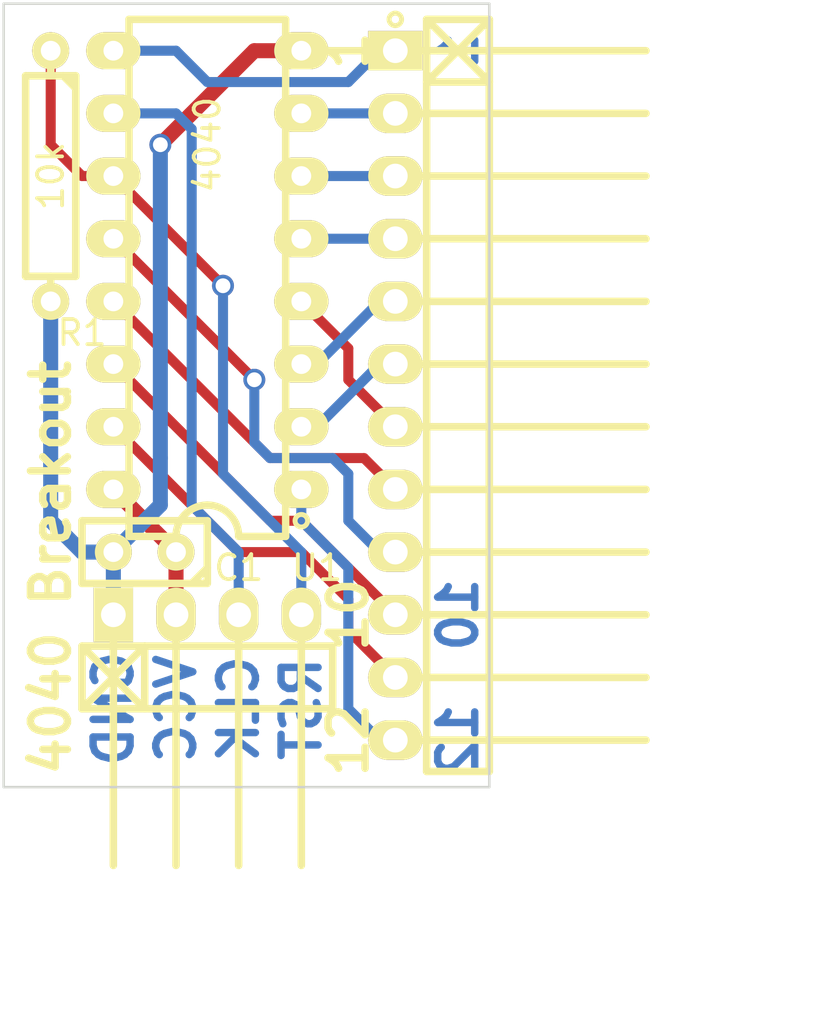
<source format=kicad_pcb>
(kicad_pcb (version 3) (host pcbnew "(2013-jun-18)-testing")

  (general
    (links 20)
    (no_connects 0)
    (area 27.052858 34.874999 71.5 78.265001)
    (thickness 1.6)
    (drawings 19)
    (tracks 71)
    (zones 0)
    (modules 5)
    (nets 17)
  )

  (page A4)
  (title_block
    (title "Breakout for CMOS 4040 Counter in DIP package")
    (date "14 Jul 2013")
    (rev 1.0)
    (company "Released under the Creative Commons Attribution Share-Alike 3.0")
    (comment 1 "Schematic and PCB design by Dimitar Kovachev")
  )

  (layers
    (15 F.Cu signal)
    (0 B.Cu signal)
    (16 B.Adhes user)
    (17 F.Adhes user)
    (18 B.Paste user)
    (19 F.Paste user)
    (20 B.SilkS user)
    (21 F.SilkS user)
    (22 B.Mask user)
    (23 F.Mask user)
    (24 Dwgs.User user)
    (25 Cmts.User user)
    (26 Eco1.User user)
    (27 Eco2.User user)
    (28 Edge.Cuts user)
  )

  (setup
    (last_trace_width 0.4064)
    (trace_clearance 0.254)
    (zone_clearance 0.508)
    (zone_45_only no)
    (trace_min 0.01)
    (segment_width 0.3)
    (edge_width 0.1)
    (via_size 0.889)
    (via_drill 0.6)
    (via_min_size 0.035)
    (via_min_drill 0.508)
    (uvia_size 0.508)
    (uvia_drill 0.127)
    (uvias_allowed no)
    (uvia_min_size 0.01778)
    (uvia_min_drill 0.127)
    (pcb_text_width 0.3)
    (pcb_text_size 1.5 1.5)
    (mod_edge_width 0.3)
    (mod_text_size 1.016 1.016)
    (mod_text_width 0.1524)
    (pad_size 1.6 2.2)
    (pad_drill 1)
    (pad_to_mask_clearance 0.1016)
    (aux_axis_origin 33.655 66.675)
    (visible_elements FFFFFF7F)
    (pcbplotparams
      (layerselection 283148289)
      (usegerberextensions true)
      (excludeedgelayer true)
      (linewidth 0.150000)
      (plotframeref false)
      (viasonmask false)
      (mode 1)
      (useauxorigin true)
      (hpglpennumber 1)
      (hpglpenspeed 20)
      (hpglpendiameter 15)
      (hpglpenoverlay 2)
      (psnegative false)
      (psa4output false)
      (plotreference true)
      (plotvalue true)
      (plotothertext true)
      (plotinvisibletext false)
      (padsonsilk false)
      (subtractmaskfromsilk true)
      (outputformat 1)
      (mirror false)
      (drillshape 0)
      (scaleselection 1)
      (outputdirectory gerbers))
  )

  (net 0 "")
  (net 1 /CLOCK)
  (net 2 /Q0)
  (net 3 /Q1)
  (net 4 /Q10)
  (net 5 /Q11)
  (net 6 /Q2)
  (net 7 /Q3)
  (net 8 /Q4)
  (net 9 /Q5)
  (net 10 /Q6)
  (net 11 /Q7)
  (net 12 /Q8)
  (net 13 /Q9)
  (net 14 /RESET)
  (net 15 GND)
  (net 16 VCC)

  (net_class Default "This is the default net class."
    (clearance 0.254)
    (trace_width 0.4064)
    (via_dia 0.889)
    (via_drill 0.6)
    (uvia_dia 0.508)
    (uvia_drill 0.127)
    (add_net "")
    (add_net /CLOCK)
    (add_net /Q0)
    (add_net /Q1)
    (add_net /Q10)
    (add_net /Q11)
    (add_net /Q2)
    (add_net /Q3)
    (add_net /Q4)
    (add_net /Q5)
    (add_net /Q6)
    (add_net /Q7)
    (add_net /Q8)
    (add_net /Q9)
    (add_net /RESET)
  )

  (net_class Power ""
    (clearance 0.254)
    (trace_width 0.6096)
    (via_dia 0.889)
    (via_drill 0.6)
    (uvia_dia 0.508)
    (uvia_drill 0.127)
    (add_net GND)
    (add_net VCC)
  )

  (module pin_strip_4-90 (layer F.Cu) (tedit 51E2ACAB) (tstamp 51D9CC27)
    (at 41.91 59.69)
    (descr "Pin strip 4pin 90")
    (tags "CONN DEV")
    (path /51D9489B)
    (fp_text reference P1 (at 0 -2.159) (layer F.SilkS) hide
      (effects (font (size 1.016 1.016) (thickness 0.1524)))
    )
    (fp_text value CONN_INP (at 0.254 -3.556) (layer F.SilkS) hide
      (effects (font (size 1.016 1.016) (thickness 0.1524)))
    )
    (fp_line (start -5.08 1.27) (end -2.54 3.81) (layer F.SilkS) (width 0.3048))
    (fp_line (start -2.54 1.27) (end -5.08 3.81) (layer F.SilkS) (width 0.3048))
    (fp_line (start -5.08 1.27) (end 5.08 1.27) (layer F.SilkS) (width 0.3048))
    (fp_line (start 5.08 1.27) (end 5.08 3.81) (layer F.SilkS) (width 0.3048))
    (fp_line (start 5.08 3.81) (end -5.08 3.81) (layer F.SilkS) (width 0.3048))
    (fp_line (start -2.54 1.27) (end -2.54 3.81) (layer F.SilkS) (width 0.3048))
    (fp_line (start -3.81 0) (end -3.81 10.16) (layer F.SilkS) (width 0.3048))
    (fp_line (start 3.81 0) (end 3.81 10.16) (layer F.SilkS) (width 0.3048))
    (fp_line (start 1.27 10.16) (end 1.27 0) (layer F.SilkS) (width 0.3048))
    (fp_line (start -1.27 0) (end -1.27 10.16) (layer F.SilkS) (width 0.3048))
    (fp_line (start -5.08 3.81) (end -5.08 1.27) (layer F.SilkS) (width 0.3048))
    (pad 1 thru_hole rect (at -3.81 0) (size 1.6 2.2) (drill 1)
      (layers *.Cu *.Mask F.SilkS)
      (net 15 GND)
    )
    (pad 2 thru_hole oval (at -1.27 0) (size 1.6 2.2) (drill 1)
      (layers *.Cu *.Mask F.SilkS)
      (net 16 VCC)
    )
    (pad 3 thru_hole oval (at 1.27 0) (size 1.6 2.2) (drill 1)
      (layers *.Cu *.Mask F.SilkS)
      (net 1 /CLOCK)
    )
    (pad 4 thru_hole oval (at 3.81 0) (size 1.6 2.2) (drill 1)
      (layers *.Cu *.Mask F.SilkS)
      (net 14 /RESET)
    )
    (model walter/pin_strip/pin_strip_4-90.wrl
      (at (xyz 0 0 0))
      (scale (xyz 1 1 1))
      (rotate (xyz 0 0 0))
    )
  )

  (module dil_16-300 (layer F.Cu) (tedit 51E2ABFF) (tstamp 51E2A48E)
    (at 41.91 45.72 90)
    (descr "IC, DIL16 x 0,3\"")
    (tags DIL)
    (path /51D9484F)
    (fp_text reference U1 (at -12.065 4.445 180) (layer F.SilkS)
      (effects (font (size 1.016 1.016) (thickness 0.1524)))
    )
    (fp_text value 4040 (at 5.08 0 90) (layer F.SilkS)
      (effects (font (size 1.016 1.016) (thickness 0.1524)))
    )
    (fp_arc (start -10.795 0) (end -9.525 0) (angle 90) (layer F.SilkS) (width 0.3))
    (fp_arc (start -10.795 0) (end -10.795 -1.27) (angle 90) (layer F.SilkS) (width 0.3))
    (fp_line (start -10.795 1.27) (end -10.795 3.175) (layer F.SilkS) (width 0.3))
    (fp_line (start -10.795 -3.175) (end -10.795 -1.27) (layer F.SilkS) (width 0.3))
    (fp_line (start 10.16 3.175) (end -10.795 3.175) (layer F.SilkS) (width 0.3))
    (fp_line (start -10.795 -3.175) (end 10.16 -3.175) (layer F.SilkS) (width 0.3))
    (fp_line (start 10.16 -3.175) (end 10.16 3.175) (layer F.SilkS) (width 0.3))
    (pad 1 thru_hole oval (at -8.89 3.81 90) (size 1.5 2.2) (drill 0.8)
      (layers *.Cu *.Mask F.SilkS)
      (net 5 /Q11)
    )
    (pad 2 thru_hole oval (at -6.35 3.81 90) (size 1.5 2.2) (drill 0.8)
      (layers *.Cu *.Mask F.SilkS)
      (net 9 /Q5)
    )
    (pad 3 thru_hole oval (at -3.81 3.81 90) (size 1.5 2.2) (drill 0.8)
      (layers *.Cu *.Mask F.SilkS)
      (net 8 /Q4)
    )
    (pad 4 thru_hole oval (at -1.27 3.81 90) (size 1.5 2.2) (drill 0.8)
      (layers *.Cu *.Mask F.SilkS)
      (net 10 /Q6)
    )
    (pad 5 thru_hole oval (at 1.27 3.81 90) (size 1.5 2.2) (drill 0.8)
      (layers *.Cu *.Mask F.SilkS)
      (net 7 /Q3)
    )
    (pad 6 thru_hole oval (at 3.81 3.81 90) (size 1.5 2.2) (drill 0.8)
      (layers *.Cu *.Mask F.SilkS)
      (net 6 /Q2)
    )
    (pad 7 thru_hole oval (at 6.35 3.81 90) (size 1.5 2.2) (drill 0.8)
      (layers *.Cu *.Mask F.SilkS)
      (net 3 /Q1)
    )
    (pad 8 thru_hole oval (at 8.89 3.81 90) (size 1.5 2.2) (drill 0.8)
      (layers *.Cu *.Mask F.SilkS)
      (net 15 GND)
    )
    (pad 9 thru_hole oval (at 8.89 -3.81 90) (size 1.5 2.2) (drill 0.8)
      (layers *.Cu *.Mask F.SilkS)
      (net 2 /Q0)
    )
    (pad 10 thru_hole oval (at 6.35 -3.81 90) (size 1.5 2.2) (drill 0.8)
      (layers *.Cu *.Mask F.SilkS)
      (net 1 /CLOCK)
    )
    (pad 11 thru_hole oval (at 3.81 -3.81 90) (size 1.5 2.2) (drill 0.8)
      (layers *.Cu *.Mask F.SilkS)
      (net 14 /RESET)
    )
    (pad 12 thru_hole oval (at 1.27 -3.81 90) (size 1.5 2.2) (drill 0.8)
      (layers *.Cu *.Mask F.SilkS)
      (net 12 /Q8)
    )
    (pad 13 thru_hole oval (at -1.27 -3.81 90) (size 1.5 2.2) (drill 0.8)
      (layers *.Cu *.Mask F.SilkS)
      (net 11 /Q7)
    )
    (pad 14 thru_hole oval (at -3.81 -3.81 90) (size 1.5 2.2) (drill 0.8)
      (layers *.Cu *.Mask F.SilkS)
      (net 13 /Q9)
    )
    (pad 15 thru_hole oval (at -6.35 -3.81 90) (size 1.5 2.2) (drill 0.8)
      (layers *.Cu *.Mask F.SilkS)
      (net 4 /Q10)
    )
    (pad 16 thru_hole oval (at -8.89 -3.81 90) (size 1.5 2.2) (drill 0.8)
      (layers *.Cu *.Mask F.SilkS)
      (net 16 VCC)
    )
    (model dil/dil_16.wrl
      (at (xyz 0 0 0))
      (scale (xyz 1 1 1))
      (rotate (xyz 0 0 0))
    )
  )

  (module pin_strip_12-90 (layer F.Cu) (tedit 51E2AAF4) (tstamp 51E2A4EE)
    (at 49.53 50.8 90)
    (descr "Pin strip 12pin 90")
    (tags "CONN DEV")
    (path /51D94A6D)
    (fp_text reference P2 (at 0 -2.159 90) (layer F.SilkS) hide
      (effects (font (size 1.016 1.016) (thickness 0.1524)))
    )
    (fp_text value CONN_SIL (at 0.254 -3.556 90) (layer F.SilkS) hide
      (effects (font (size 1.016 1.016) (thickness 0.1524)))
    )
    (fp_line (start 15.24 1.27) (end -15.24 1.27) (layer F.SilkS) (width 0.3048))
    (fp_line (start -15.24 1.27) (end -15.24 3.81) (layer F.SilkS) (width 0.3048))
    (fp_line (start -15.24 3.81) (end 15.24 3.81) (layer F.SilkS) (width 0.3048))
    (fp_line (start -13.97 0) (end -13.97 10.16) (layer F.SilkS) (width 0.3048))
    (fp_line (start -11.43 0) (end -11.43 10.16) (layer F.SilkS) (width 0.3048))
    (fp_line (start 12.7 3.81) (end 15.24 1.27) (layer F.SilkS) (width 0.3048))
    (fp_line (start 15.24 3.81) (end 12.7 1.27) (layer F.SilkS) (width 0.3048))
    (fp_line (start -8.89 0) (end -8.89 10.16) (layer F.SilkS) (width 0.3048))
    (fp_line (start -6.35 0) (end -6.35 10.16) (layer F.SilkS) (width 0.3048))
    (fp_line (start -3.81 0) (end -3.81 10.16) (layer F.SilkS) (width 0.3048))
    (fp_line (start -1.27 0) (end -1.27 10.16) (layer F.SilkS) (width 0.3048))
    (fp_line (start 12.7 1.27) (end 12.7 3.81) (layer F.SilkS) (width 0.3048))
    (fp_line (start 13.97 0) (end 13.97 10.16) (layer F.SilkS) (width 0.3048))
    (fp_line (start 1.27 0) (end 1.27 10.16) (layer F.SilkS) (width 0.3048))
    (fp_line (start 3.81 0) (end 3.81 10.16) (layer F.SilkS) (width 0.3048))
    (fp_line (start 6.35 0) (end 6.35 10.16) (layer F.SilkS) (width 0.3048))
    (fp_line (start 8.89 10.16) (end 8.89 0) (layer F.SilkS) (width 0.3048))
    (fp_line (start 11.43 0) (end 11.43 10.16) (layer F.SilkS) (width 0.3048))
    (fp_line (start 15.24 3.81) (end 15.24 1.27) (layer F.SilkS) (width 0.3048))
    (pad 1 thru_hole rect (at 13.97 0 270) (size 1.6 2.2) (drill 1)
      (layers *.Cu *.Mask F.SilkS)
      (net 2 /Q0)
    )
    (pad 2 thru_hole oval (at 11.43 0 270) (size 1.6 2.2) (drill 1)
      (layers *.Cu *.Mask F.SilkS)
      (net 3 /Q1)
    )
    (pad 3 thru_hole oval (at 8.89 0 270) (size 1.6 2.2) (drill 1)
      (layers *.Cu *.Mask F.SilkS)
      (net 6 /Q2)
    )
    (pad 4 thru_hole oval (at 6.35 0 270) (size 1.6 2.2) (drill 1)
      (layers *.Cu *.Mask F.SilkS)
      (net 7 /Q3)
    )
    (pad 5 thru_hole oval (at 3.81 0 270) (size 1.6 2.2) (drill 1)
      (layers *.Cu *.Mask F.SilkS)
      (net 8 /Q4)
    )
    (pad 6 thru_hole oval (at 1.27 0 270) (size 1.6 2.2) (drill 1)
      (layers *.Cu *.Mask F.SilkS)
      (net 9 /Q5)
    )
    (pad 7 thru_hole oval (at -1.27 0 270) (size 1.6 2.2) (drill 1)
      (layers *.Cu *.Mask F.SilkS)
      (net 10 /Q6)
    )
    (pad 8 thru_hole oval (at -3.81 0 270) (size 1.6 2.2) (drill 1)
      (layers *.Cu *.Mask F.SilkS)
      (net 11 /Q7)
    )
    (pad 9 thru_hole oval (at -6.35 0 270) (size 1.6 2.2) (drill 1)
      (layers *.Cu *.Mask F.SilkS)
      (net 12 /Q8)
    )
    (pad 10 thru_hole oval (at -8.89 0 270) (size 1.6 2.2) (drill 1)
      (layers *.Cu *.Mask F.SilkS)
      (net 13 /Q9)
    )
    (pad 11 thru_hole oval (at -11.43 0 270) (size 1.6 2.2) (drill 1)
      (layers *.Cu *.Mask F.SilkS)
      (net 4 /Q10)
    )
    (pad 12 thru_hole oval (at -13.97 0 270) (size 1.6 2.2) (drill 1)
      (layers *.Cu *.Mask F.SilkS)
      (net 5 /Q11)
    )
    (model walter/pin_strip/pin_strip_12-90.wrl
      (at (xyz 0 0 0))
      (scale (xyz 1 1 1))
      (rotate (xyz 0 0 0))
    )
  )

  (module R4 (layer F.Cu) (tedit 51E2AA28) (tstamp 51D9CF68)
    (at 35.56 41.91 270)
    (descr "Resitance 4 pas")
    (tags R)
    (path /51D94BB7)
    (autoplace_cost180 10)
    (fp_text reference R1 (at 6.35 -1.27 360) (layer F.SilkS)
      (effects (font (size 1.016 1.016) (thickness 0.1524)))
    )
    (fp_text value 10k (at 0 0 270) (layer F.SilkS)
      (effects (font (size 1.016 1.016) (thickness 0.1524)))
    )
    (fp_line (start -5.08 0) (end -4.064 0) (layer F.SilkS) (width 0.3048))
    (fp_line (start -4.064 0) (end -4.064 -1.016) (layer F.SilkS) (width 0.3048))
    (fp_line (start -4.064 -1.016) (end 4.064 -1.016) (layer F.SilkS) (width 0.3048))
    (fp_line (start 4.064 -1.016) (end 4.064 1.016) (layer F.SilkS) (width 0.3048))
    (fp_line (start 4.064 1.016) (end -4.064 1.016) (layer F.SilkS) (width 0.3048))
    (fp_line (start -4.064 1.016) (end -4.064 0) (layer F.SilkS) (width 0.3048))
    (fp_line (start -4.064 -0.508) (end -3.556 -1.016) (layer F.SilkS) (width 0.3048))
    (fp_line (start 5.08 0) (end 4.064 0) (layer F.SilkS) (width 0.3048))
    (pad 1 thru_hole circle (at -5.08 0 270) (size 1.5 1.5) (drill 0.8)
      (layers *.Cu *.Mask F.SilkS)
      (net 14 /RESET)
    )
    (pad 2 thru_hole circle (at 5.08 0 270) (size 1.5 1.5) (drill 0.8)
      (layers *.Cu *.Mask F.SilkS)
      (net 15 GND)
    )
    (model discret/resistor.wrl
      (at (xyz 0 0 0))
      (scale (xyz 0.4 0.4 0.4))
      (rotate (xyz 0 0 0))
    )
  )

  (module C1 (layer F.Cu) (tedit 51E2AA37) (tstamp 51D9D263)
    (at 39.37 57.15 180)
    (descr "Condensateur e = 1 pas")
    (tags C)
    (path /51D94957)
    (fp_text reference C1 (at -3.81 -0.635 360) (layer F.SilkS)
      (effects (font (size 1.016 1.016) (thickness 0.1524)))
    )
    (fp_text value 100nF (at 0 -2.286 180) (layer F.SilkS) hide
      (effects (font (size 1.016 1.016) (thickness 0.1524)))
    )
    (fp_line (start -2.4892 -1.27) (end 2.54 -1.27) (layer F.SilkS) (width 0.3048))
    (fp_line (start 2.54 -1.27) (end 2.54 1.27) (layer F.SilkS) (width 0.3048))
    (fp_line (start 2.54 1.27) (end -2.54 1.27) (layer F.SilkS) (width 0.3048))
    (fp_line (start -2.54 1.27) (end -2.54 -1.27) (layer F.SilkS) (width 0.3048))
    (fp_line (start -2.54 -0.635) (end -1.905 -1.27) (layer F.SilkS) (width 0.3048))
    (pad 1 thru_hole circle (at -1.27 0 180) (size 1.5 1.5) (drill 0.8)
      (layers *.Cu *.Mask F.SilkS)
      (net 16 VCC)
    )
    (pad 2 thru_hole circle (at 1.27 0 180) (size 1.5 1.5) (drill 0.8)
      (layers *.Cu *.Mask F.SilkS)
      (net 15 GND)
    )
    (model discret/capa_1_pas.wrl
      (at (xyz 0 0 0))
      (scale (xyz 1 1 1))
      (rotate (xyz 0 0 0))
    )
  )

  (gr_text 12 (at 52.07 64.77 90) (layer B.Cu)
    (effects (font (size 1.5 1.5) (thickness 0.3)) (justify mirror))
  )
  (gr_text 10 (at 52.07 59.69 90) (layer B.Cu)
    (effects (font (size 1.5 1.5) (thickness 0.3)) (justify mirror))
  )
  (gr_text 1 (at 52.07 36.83 90) (layer B.Cu)
    (effects (font (size 1.5 1.5) (thickness 0.3)) (justify mirror))
  )
  (dimension 31.75 (width 0.3) (layer Dwgs.User)
    (gr_text "31.750 mm" (at 64.85 50.8 90) (layer Dwgs.User)
      (effects (font (size 1.5 1.5) (thickness 0.3)))
    )
    (feature1 (pts (xy 61.595 34.925) (xy 66.2 34.925)))
    (feature2 (pts (xy 61.595 66.675) (xy 66.2 66.675)))
    (crossbar (pts (xy 63.5 66.675) (xy 63.5 34.925)))
    (arrow1a (pts (xy 63.5 34.925) (xy 64.086421 36.051504)))
    (arrow1b (pts (xy 63.5 34.925) (xy 62.913579 36.051504)))
    (arrow2a (pts (xy 63.5 66.675) (xy 64.086421 65.548496)))
    (arrow2b (pts (xy 63.5 66.675) (xy 62.913579 65.548496)))
  )
  (dimension 19.685 (width 0.3) (layer Dwgs.User)
    (gr_text "19.685 mm" (at 43.4975 76.915) (layer Dwgs.User)
      (effects (font (size 1.5 1.5) (thickness 0.3)))
    )
    (feature1 (pts (xy 53.34 71.12) (xy 53.34 78.265)))
    (feature2 (pts (xy 33.655 71.12) (xy 33.655 78.265)))
    (crossbar (pts (xy 33.655 75.565) (xy 53.34 75.565)))
    (arrow1a (pts (xy 53.34 75.565) (xy 52.213496 76.151421)))
    (arrow1b (pts (xy 53.34 75.565) (xy 52.213496 74.978579)))
    (arrow2a (pts (xy 33.655 75.565) (xy 34.781504 76.151421)))
    (arrow2b (pts (xy 33.655 75.565) (xy 34.781504 74.978579)))
  )
  (gr_text 12 (at 47.625 64.77 90) (layer F.SilkS)
    (effects (font (size 1.5 1.5) (thickness 0.3)))
  )
  (gr_text 10 (at 47.625 59.69 90) (layer F.SilkS)
    (effects (font (size 1.5 1.5) (thickness 0.3)))
  )
  (gr_text 1 (at 47.625 36.83 90) (layer F.SilkS)
    (effects (font (size 1.5 1.5) (thickness 0.3)))
  )
  (gr_text "4040 Breakout" (at 35.56 57.785 90) (layer F.SilkS)
    (effects (font (size 1.5 1.5) (thickness 0.3)))
  )
  (gr_line (start 33.655 66.675) (end 53.34 66.675) (angle 90) (layer Edge.Cuts) (width 0.1))
  (gr_line (start 33.655 34.925) (end 53.34 34.925) (angle 90) (layer Edge.Cuts) (width 0.1))
  (gr_text RST (at 45.72 63.5 90) (layer B.Cu)
    (effects (font (size 1.5 1.5) (thickness 0.3)) (justify mirror))
  )
  (gr_text CLK (at 43.18 63.5 90) (layer B.Cu)
    (effects (font (size 1.5 1.5) (thickness 0.3)) (justify mirror))
  )
  (gr_text VCC (at 40.64 63.5 90) (layer B.Cu)
    (effects (font (size 1.5 1.5) (thickness 0.3)) (justify mirror))
  )
  (gr_text GND (at 38.1 63.5 90) (layer B.Cu)
    (effects (font (size 1.5 1.5) (thickness 0.3)) (justify mirror))
  )
  (gr_circle (center 45.72 55.88) (end 45.72 56.134) (layer F.SilkS) (width 0.2) (tstamp 51D9D9AB))
  (gr_circle (center 49.53 35.56) (end 49.53 35.814) (layer F.SilkS) (width 0.2))
  (gr_line (start 53.34 66.675) (end 53.34 34.925) (angle 90) (layer Edge.Cuts) (width 0.1))
  (gr_line (start 33.655 66.675) (end 33.655 34.925) (angle 90) (layer Edge.Cuts) (width 0.1))

  (segment (start 43.18 59.69) (end 43.18 57.15) (width 0.4064) (layer B.Cu) (net 1) (status 10))
  (segment (start 40.64 39.37) (end 38.1 39.37) (width 0.4064) (layer B.Cu) (net 1) (tstamp 51E1C663) (status 20))
  (segment (start 41.275 40.005) (end 40.64 39.37) (width 0.4064) (layer B.Cu) (net 1) (tstamp 51E1C661))
  (segment (start 41.275 55.245) (end 41.275 40.005) (width 0.4064) (layer B.Cu) (net 1) (tstamp 51E1C65D))
  (segment (start 43.18 57.15) (end 41.275 55.245) (width 0.4064) (layer B.Cu) (net 1) (tstamp 51E1C65C))
  (segment (start 38.1 36.83) (end 40.64 36.83) (width 0.4064) (layer B.Cu) (net 2))
  (segment (start 40.64 36.83) (end 41.91 38.1) (width 0.4064) (layer B.Cu) (net 2) (tstamp 51E1CE8A))
  (segment (start 41.91 38.1) (end 47.625 38.1) (width 0.4064) (layer B.Cu) (net 2) (tstamp 51E1CE8C))
  (segment (start 48.895 36.83) (end 49.53 36.83) (width 0.4064) (layer B.Cu) (net 2) (tstamp 51E1CE90))
  (segment (start 47.625 38.1) (end 48.895 36.83) (width 0.4064) (layer B.Cu) (net 2) (tstamp 51E1CE8D))
  (segment (start 49.53 36.83) (end 49.53 36.83) (width 0.4064) (layer F.Cu) (net 2) (tstamp 51D94D5C) (status 30))
  (segment (start 45.72 39.37) (end 49.53 39.37) (width 0.4064) (layer B.Cu) (net 3) (status 20))
  (segment (start 47.625 60.325) (end 49.53 62.23) (width 0.4064) (layer F.Cu) (net 4) (tstamp 51E1CB8C))
  (segment (start 47.625 59.055) (end 47.625 60.325) (width 0.4064) (layer F.Cu) (net 4) (tstamp 51E1CB86))
  (segment (start 45.72 57.15) (end 47.625 59.055) (width 0.4064) (layer F.Cu) (net 4) (tstamp 51E1CB84))
  (segment (start 38.1 52.07) (end 43.18 57.15) (width 0.4064) (layer F.Cu) (net 4))
  (segment (start 43.18 57.15) (end 45.72 57.15) (width 0.4064) (layer F.Cu) (net 4) (tstamp 51E1CB7D))
  (segment (start 38.1 52.07) (end 38.1 52.07) (width 0.4064) (layer F.Cu) (net 4) (status 10))
  (segment (start 48.895 64.77) (end 49.53 64.77) (width 0.4064) (layer B.Cu) (net 5) (tstamp 51E1CD74))
  (segment (start 47.625 63.5) (end 48.895 64.77) (width 0.4064) (layer B.Cu) (net 5) (tstamp 51E1CD71))
  (segment (start 47.625 57.785) (end 47.625 63.5) (width 0.4064) (layer B.Cu) (net 5) (tstamp 51E1CBE2))
  (segment (start 45.72 54.61) (end 45.72 55.88) (width 0.4064) (layer B.Cu) (net 5))
  (segment (start 45.72 55.88) (end 47.625 57.785) (width 0.4064) (layer B.Cu) (net 5) (tstamp 51E1CBE0))
  (segment (start 45.72 41.91) (end 49.53 41.91) (width 0.4064) (layer B.Cu) (net 6) (status 20))
  (segment (start 45.72 44.45) (end 49.53 44.45) (width 0.4064) (layer B.Cu) (net 7) (status 20))
  (segment (start 46.355 49.53) (end 45.72 49.53) (width 0.4064) (layer B.Cu) (net 8) (tstamp 51E1CD34))
  (segment (start 48.895 46.99) (end 46.355 49.53) (width 0.4064) (layer B.Cu) (net 8) (tstamp 51E1CD31))
  (segment (start 49.53 46.99) (end 48.895 46.99) (width 0.4064) (layer B.Cu) (net 8))
  (segment (start 46.355 52.07) (end 45.72 52.07) (width 0.4064) (layer B.Cu) (net 9) (tstamp 51E1CD3B))
  (segment (start 48.895 49.53) (end 46.355 52.07) (width 0.4064) (layer B.Cu) (net 9) (tstamp 51E1CD39))
  (segment (start 49.53 49.53) (end 48.895 49.53) (width 0.4064) (layer B.Cu) (net 9))
  (segment (start 49.53 52.07) (end 47.625 50.165) (width 0.4064) (layer F.Cu) (net 10))
  (segment (start 47.625 50.165) (end 47.625 48.895) (width 0.4064) (layer F.Cu) (net 10) (tstamp 51E1CCB2))
  (segment (start 47.625 48.895) (end 45.72 46.99) (width 0.4064) (layer F.Cu) (net 10) (tstamp 51E1CCB3))
  (segment (start 48.26 53.34) (end 49.53 54.61) (width 0.4064) (layer F.Cu) (net 11) (tstamp 51E1C99A) (status 20))
  (segment (start 38.1 46.99) (end 44.45 53.34) (width 0.4064) (layer F.Cu) (net 11))
  (segment (start 44.45 53.34) (end 48.26 53.34) (width 0.4064) (layer F.Cu) (net 11) (tstamp 51E1C994))
  (segment (start 48.895 57.15) (end 49.53 57.15) (width 0.4064) (layer B.Cu) (net 12) (tstamp 51E1CA49) (status 30))
  (segment (start 47.625 55.88) (end 48.895 57.15) (width 0.4064) (layer B.Cu) (net 12) (tstamp 51E1CA48) (status 20))
  (segment (start 47.625 53.975) (end 47.625 55.88) (width 0.4064) (layer B.Cu) (net 12) (tstamp 51E1CA47))
  (segment (start 38.1 44.45) (end 43.815 50.165) (width 0.4064) (layer F.Cu) (net 12))
  (via (at 43.815 50.165) (size 0.889) (layers F.Cu B.Cu) (net 12))
  (segment (start 46.99 53.34) (end 47.625 53.975) (width 0.4064) (layer B.Cu) (net 12))
  (segment (start 43.815 50.165) (end 43.815 52.705) (width 0.4064) (layer B.Cu) (net 12) (tstamp 51E1CCD3))
  (segment (start 43.815 52.705) (end 44.45 53.34) (width 0.4064) (layer B.Cu) (net 12) (tstamp 51E1C7EF))
  (segment (start 44.45 53.34) (end 46.99 53.34) (width 0.4064) (layer B.Cu) (net 12) (tstamp 51E1C800))
  (segment (start 45.72 55.88) (end 49.53 59.69) (width 0.4064) (layer F.Cu) (net 13) (tstamp 51E1CB6C))
  (segment (start 49.53 59.69) (end 49.53 59.69) (width 0.4064) (layer F.Cu) (net 13) (tstamp 51DA1005) (status 30))
  (segment (start 49.53 59.69) (end 49.53 59.69) (width 0.4064) (layer F.Cu) (net 13) (tstamp 51DA0F1D) (status 30))
  (segment (start 38.1 49.53) (end 44.45 55.88) (width 0.4064) (layer F.Cu) (net 13))
  (segment (start 44.45 55.88) (end 45.72 55.88) (width 0.4064) (layer F.Cu) (net 13) (tstamp 51E1CB68))
  (segment (start 38.1 41.91) (end 36.83 41.91) (width 0.4064) (layer F.Cu) (net 14))
  (segment (start 35.56 40.64) (end 35.56 36.83) (width 0.4064) (layer F.Cu) (net 14) (tstamp 51E2AA5C))
  (segment (start 36.83 41.91) (end 35.56 40.64) (width 0.4064) (layer F.Cu) (net 14) (tstamp 51E2AA5B))
  (segment (start 45.72 59.69) (end 45.72 57.15) (width 0.4064) (layer B.Cu) (net 14) (status 10))
  (segment (start 42.545 46.355) (end 38.1 41.91) (width 0.4064) (layer F.Cu) (net 14) (tstamp 51E1C674) (status 20))
  (via (at 42.545 46.355) (size 0.889) (layers F.Cu B.Cu) (net 14))
  (segment (start 42.545 53.975) (end 42.545 46.355) (width 0.4064) (layer B.Cu) (net 14) (tstamp 51E1C669))
  (segment (start 45.72 57.15) (end 42.545 53.975) (width 0.4064) (layer B.Cu) (net 14) (tstamp 51E1C666))
  (segment (start 38.1 59.69) (end 38.1 57.15) (width 0.6096) (layer B.Cu) (net 15))
  (segment (start 38.1 57.15) (end 36.83 57.15) (width 0.6096) (layer B.Cu) (net 15))
  (segment (start 35.56 55.88) (end 35.56 46.99) (width 0.6096) (layer B.Cu) (net 15) (tstamp 51E1C448) (status 20))
  (segment (start 36.83 57.15) (end 35.56 55.88) (width 0.6096) (layer B.Cu) (net 15) (tstamp 51E1C447))
  (segment (start 38.1 57.15) (end 40.005 55.245) (width 0.6096) (layer B.Cu) (net 15) (status 10))
  (segment (start 40.005 55.245) (end 40.005 53.34) (width 0.6096) (layer B.Cu) (net 15) (tstamp 51E1C8F3))
  (segment (start 40.005 40.64) (end 43.815 36.83) (width 0.6096) (layer F.Cu) (net 15))
  (via (at 40.005 40.64) (size 0.889) (layers F.Cu B.Cu) (net 15))
  (segment (start 40.005 53.34) (end 40.005 40.64) (width 0.6096) (layer B.Cu) (net 15) (tstamp 51E1C696))
  (segment (start 43.815 36.83) (end 45.72 36.83) (width 0.6096) (layer F.Cu) (net 15) (tstamp 51E1C749) (status 20))
  (segment (start 40.64 57.15) (end 40.64 59.69) (width 0.6096) (layer F.Cu) (net 16))
  (segment (start 38.1 54.61) (end 40.64 57.15) (width 0.6096) (layer F.Cu) (net 16) (status 30))

)

</source>
